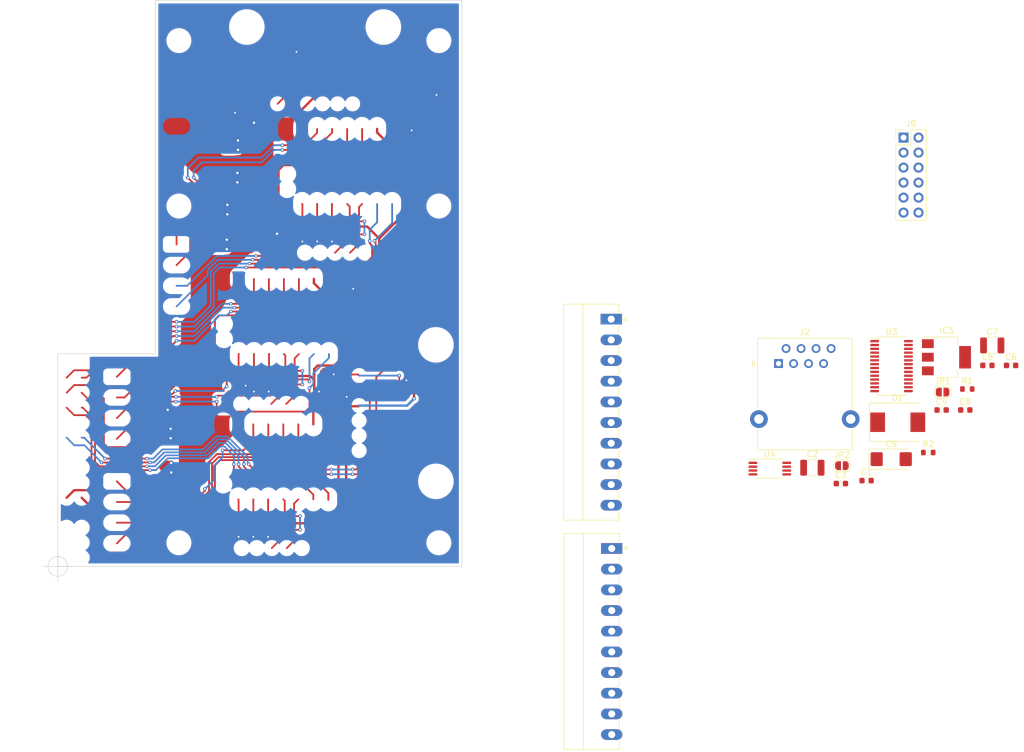
<source format=kicad_pcb>
(kicad_pcb (version 20211014) (generator pcbnew)
  (layers (0 "F.Cu" signal "Górna sygnałowa") (31 "B.Cu" signal "Dolna sygnałowa") (35 "F.Paste" user "Górna pasty") (36 "B.SilkS" user "B.Silkscreen") (37 "F.SilkS" user "F.Silkscreen") (38 "B.Mask" user "Dolna sodermaski") (39 "F.Mask" user "Górna soldermaski") (44 "Edge.Cuts" user "Krawędziowa"))
  (net 0 "")
  (net 1 "+3V3")
  (net 2 "GND")
  (net 3 "+5V")
  (net 4 "/SUPPLY_24V")
  (net 5 "Net-(C3-Pad1)")
  (net 6 "Net-(C3-Pad2)")
  (net 7 "Net-(J1-Pad3)")
  (net 8 "Net-(J1-Pad4)")
  (net 9 "Net-(C4-Pad2)")
  (net 10 "Net-(C6-Pad1)")
  (net 11 "Net-(J1-Pad5)")
  (net 12 "Net-(J1-Pad6)")
  (net 13 "/SDA_RX")
  (net 14 "/IN_A1")
  (net 15 "/IN_B1")
  (net 16 "/SCL_RX")
  (net 17 "/IN_B2")
  (net 18 "/IN_A2")
  (net 19 "/SCL_TX")
  (net 20 "/SDA_TX")
  (net 21 "unconnected-(J7-Pad1)")
  (net 22 "unconnected-(J7-Pad2)")
  (net 23 "unconnected-(J7-Pad3)")
  (net 24 "unconnected-(J7-Pad4)")
  (net 25 "unconnected-(J7-Pad5)")
  (net 31 "Net-(JP1-Pad2)")
  (net 32 "Net-(IC1-Pad9)")
  (net 36 "Net-(JP2-Pad1)")
  (net 50 "/I2C.SCL")
  (net 51 "/I2C.SDA")
  (net 52 "/STEP4")
  (net 53 "/DIR4")
  (net 54 "/STEP5")
  (net 55 "/DIR5")
  (net 56 "/STEP6")
  (net 57 "/DIR6")
  (net 58 "/STEP7")
  (net 59 "/DIR7")
  (net 60 "Net-(J1-Pad10)")
  (net 61 "Net-(J1-Pad9)")
  (net 62 "Net-(J1-Pad8)")
  (net 63 "Net-(J1-Pad7)")
  (footprint "MountingHole:MountingHole_3.2mm_M3" (layer "F.Cu") (at 98 42 -90)
    (fp_text reference "MK1" hide)
    (fp_text value "Mounting_Hole")
  )
  (footprint "MountingHole:MountingHole_3.2mm_M3" (layer "F.Cu") (at 142 42 90)
    (fp_text reference "MK4" hide)
    (fp_text value "Mounting_Hole")
  )
  (footprint "MountingHole:MountingHole_3.2mm_M3" (layer "F.Cu") (at 142 127)
    (fp_text reference "MK3" hide)
    (fp_text value "Mounting_Hole")
  )
  (footprint "MountingHole:MountingHole_3.2mm_M3" (layer "F.Cu") (at 98 127)
    (fp_text reference "MK2" hide)
    (fp_text value "Mounting_Hole")
  )
  (footprint "Diode_SMD:D_SMC" (layer "F.Cu") (at 219.67 106.595)
    (fp_text reference "D1")
    (fp_text value "SMCJ24CA")
  )
  (footprint "Capacitor_SMD:C_0603_1608Metric" (layer "F.Cu") (at 234.85 96.975)
    (fp_text reference "C5")
    (fp_text value "100n")
  )
  (footprint "Capacitor_SMD:C_0603_1608Metric" (layer "F.Cu") (at 210.05 116.975)
    (fp_text reference "C3")
    (fp_text value "100n")
  )
  (footprint "Connector_RJ:RJ45_Ninigi_GE" (layer "F.Cu") (at 199.5 96.665)
    (fp_text reference "J2")
    (fp_text value "RJ45_Shielded")
  )
  (footprint "MountingHole:MountingHole_3.2mm_M3" (layer "F.Cu") (at 98 70)
    (fp_text reference "MK5" hide)
    (fp_text value "Mounting_Hole")
  )
  (footprint "Capacitor_SMD:C_1210_3225Metric" (layer "F.Cu") (at 205.22 114.295)
    (fp_text reference "C2")
    (fp_text value "10uF 50V")
  )
  (footprint "Biblioteki:PhoenixContact_MC-G_10x3.50mm_Angled" (layer "F.Cu") (at 171.2575 127.965 -90)
    (fp_text reference "J7" hide)
    (fp_text value "Conn_01x10")
  )
  (footprint "Package_SO:TSSOP-28_4.4x9.7mm_P0.65mm" (layer "F.Cu") (at 218.62 97.095)
    (fp_text reference "U3")
    (fp_text value "PCA9685PW")
  )
  (footprint "Package_TO_SOT_SMD:SOT-223-3_TabPin2" (layer "F.Cu") (at 227.92 95.595)
    (fp_text reference "IC3")
    (fp_text value "TLV1117-33")
  )
  (footprint "Package_SO:TSSOP-8_4.4x3mm_P0.65mm" (layer "F.Cu") (at 198.02 114.445)
    (fp_text reference "U4")
    (fp_text value "P82B96")
  )
  (footprint "MountingHole:MountingHole_3.2mm_M3" (layer "F.Cu") (at 142 70)
    (fp_text reference "MK6" hide)
    (fp_text value "Mounting_Hole")
  )
  (footprint "Jumper:SolderJumper-2_P1.3mm_Open_RoundedPad1.0x1.5mm" (layer "F.Cu") (at 227.27 101.495)
    (fp_text reference "JP1")
    (fp_text value "IN2_P")
  )
  (footprint "Capacitor_SMD:C_0603_1608Metric" (layer "F.Cu") (at 238.86 96.975)
    (fp_text reference "C6")
    (fp_text value "2.2uF")
  )
  (footprint "Biblioteki:PhoenixContact_MC-G_10x3.50mm_Angled" (layer "F.Cu") (at 171.175 89.15 -90)
    (fp_text reference "J1" hide)
    (fp_text value "Conn_01x10")
  )
  (footprint "Capacitor_SMD:C_0603_1608Metric" (layer "F.Cu") (at 214.4 116.475)
    (fp_text reference "C1")
    (fp_text value "100n")
  )
  (footprint "Jumper:SolderJumper-2_P1.3mm_Open_RoundedPad1.0x1.5mm" (layer "F.Cu") (at 210.22 113.945)
    (fp_text reference "JP2")
    (fp_text value "IN2_P")
  )
  (footprint "Connector_PinHeader_2.54mm:PinHeader_2x06_P2.54mm_Vertical" (layer "F.Cu") (at 220.655 58.415)
    (fp_text reference "J9")
    (fp_text value "Conn_02x16_Odd_Even")
  )
  (footprint "Capacitor_Tantalum_SMD:CP_EIA-6032-28_Kemet-C" (layer "F.Cu") (at 218.565 112.845)
    (fp_text reference "C9")
    (fp_text value "100uF 6.3V Tantal")
  )
  (footprint "Resistor_SMD:R_0603_1608Metric" (layer "F.Cu") (at 224.84 111.725)
    (fp_text reference "R2")
    (fp_text value "39k")
  )
  (footprint "Capacitor_SMD:C_0603_1608Metric" (layer "F.Cu") (at 227.1 104.525)
    (fp_text reference "C4")
    (fp_text value "5.6nF")
  )
  (footprint "Capacitor_SMD:C_0603_1608Metric" (layer "F.Cu") (at 231.11 104.525)
    (fp_text reference "C8")
    (fp_text value "100n")
  )
  (footprint "Capacitor_SMD:C_1210_3225Metric" (layer "F.Cu") (at 235.67 93.595)
    (fp_text reference "C7")
    (fp_text value "22uF 25V")
  )
  (footprint "Resistor_SMD:R_0603_1608Metric" (layer "F.Cu") (at 231.45 100.975)
    (fp_text reference "R1")
    (fp_text value "178k")
  )
  (gr_line (start 145.9 131) (end 77.5 131) (layer "Edge.Cuts") (width 0.1))
  (gr_line (start 94 35.2) (end 145.9 35.2) (layer "Edge.Cuts") (width 0.1))
  (gr_line (start 77.5 95) (end 94 95) (layer "Edge.Cuts") (width 0.1))
  (gr_line (start 94 95) (end 94 35.2) (layer "Edge.Cuts") (width 0.1))
  (gr_line (start 77.5 131) (end 77.5 95) (layer "Edge.Cuts") (width 0.1))
  (gr_line (start 145.9 35.2) (end 145.9 131) (layer "Edge.Cuts") (width 0.1))
  (target plus (at 77.5 131) (size 5) (width 0.1) (layer "Edge.Cuts"))
  (segment (start 120.7 116) (end 110 116) (width 0.3) (layer "F.Cu") (net 0))
  (segment (start 128.4875 72.6) (end 129.4 72.6) (width 0.3) (layer "F.Cu") (net 0))
  (segment (start 107.6 102.1) (end 104.6 102.1) (width 0.3) (layer "F.Cu") (net 0))
  (segment (start 92.1 103.1) (end 97.5 103.1) (width 0.3) (layer "F.Cu") (net 0))
  (segment (start 121.4 72.4) (end 121.4 69.66) (width 0.3) (layer "F.Cu") (net 0))
  (segment (start 96.8 97.5) (end 96.35003 97.05003) (width 0.3) (layer "F.Cu") (net 0))
  (segment (start 118.9 69.7) (end 118.85 69.65) (width 0.3) (layer "F.Cu") (net 0))
  (segment (start 90.4 100.8) (end 96.2 100.8) (width 0.3) (layer "F.Cu") (net 0))
  (segment (start 114.9 78.5) (end 114.9 77.9) (width 0.3) (layer "F.Cu") (net 0))
  (segment (start 116.0125 101.1075) (end 113.62 103.5) (width 0.3) (layer "F.Cu") (net 0))
  (segment (start 110.7 95.06) (end 110.69 95.05) (width 0.3) (layer "F.Cu") (net 0))
  (segment (start 108.1 114.1) (end 108.1 113.7) (width 0.3) (layer "F.Cu") (net 0))
  (segment (start 95.35001 95.75711) (end 95.35001 91.35711) (width 0.3) (layer "F.Cu") (net 0))
  (segment (start 89.1 110.8) (end 85.9 110.8) (width 0.3) (layer "F.Cu") (net 0))
  (segment (start 114.4 76.2) (end 115.6 75) (width 0.3) (layer "F.Cu") (net 0))
  (segment (start 130.7 78.6) (end 130.7 76.7) (width 0.3) (layer "F.Cu") (net 0))
  (segment (start 115.35 72.15) (end 114.4 71.2) (width 0.3) (layer "F.Cu") (net 0))
  (segment (start 130.3 76.3) (end 130.3 75.9) (width 0.3) (layer "F.Cu") (net 0))
  (segment (start 128.4875 70.1725) (end 129.01 69.65) (width 0.3) (layer "F.Cu") (net 0))
  (segment (start 85.3 102.6) (end 83 100.3) (width 0.3) (layer "F.Cu") (net 0))
  (segment (start 109 116.6) (end 107.3 114.9) (width 0.3) (layer "F.Cu") (net 0))
  (segment (start 113.1 119.68) (end 113.13 119.65) (width 0.3) (layer "F.Cu") (net 0))
  (segment (start 94.91422 96.90002) (end 95.45712 96.35712) (width 0.3) (layer "F.Cu") (net 0))
  (segment (start 104.8 88.5) (end 116.2 88.5) (width 0.3) (layer "F.Cu") (net 0))
  (segment (start 107.6 102.1) (end 113.5 102.1) (width 0.3) (layer "F.Cu") (net 0))
  (segment (start 117.5875 102.0725) (end 116.16 103.5) (width 0.3) (layer "F.Cu") (net 0))
  (segment (start 97.30001 100.40711) (end 97.30001 97.29289) (width 0.3) (layer "F.Cu") (net 0))
  (segment (start 104.1 89.2) (end 104.8 88.5) (width 0.3) (layer "F.Cu") (net 0))
  (segment (start 88.8 102.4) (end 90.4 100.8) (width 0.3) (layer "F.Cu") (net 0))
  (segment (start 138.3 92.1) (end 131.4 99) (width 0.3) (layer "F.Cu") (net 0))
  (segment (start 115.34999 99.35001) (end 119.75001 99.35001) (width 0.3) (layer "F.Cu") (net 0))
  (segment (start 117.4875 124.8) (end 117.4875 126.6725) (width 0.3) (layer "F.Cu") (net 0))
  (segment (start 126.47 60.63) (end 126.47 56.95) (width 0.3) (layer "F.Cu") (net 0))
  (segment (start 81.73 104.13) (end 81.54 104.13) (width 0.3) (layer "F.Cu") (net 0))
  (segment (start 95.85002 95.96422) (end 95.85002 91.74998) (width 0.3) (layer "F.Cu") (net 0))
  (segment (start 115.9125 122.5) (end 115.9125 119.8925) (width 0.3) (layer "F.Cu") (net 0))
  (segment (start 114.4 77.76685) (end 114.4 77.4) (width 0.3) (layer "F.Cu") (net 0))
  (segment (start 90 102) (end 90.7 101.3) (width 0.3) (layer "F.Cu") (net 0))
  (segment (start 104.6 102.1) (end 104.4 102.3) (width 0.3) (layer "F.Cu") (net 0))
  (segment (start 114.5 101.1) (end 114.5 100.2) (width 0.3) (layer "F.Cu") (net 0))
  (segment (start 94.5 95.9) (end 94.85 95.55) (width 0.3) (layer "F.Cu") (net 0))
  (segment (start 96.89999 101.80001) (end 97.4 101.3) (width 0.3) (layer "F.Cu") (net 0))
  (segment (start 110.69 85.01) (end 110.69 82.35) (width 0.3) (layer "F.Cu") (net 0))
  (segment (start 124.6 62.5) (end 126.47 60.63) (width 0.3) (layer "F.Cu") (net 0))
  (segment (start 115.5 59.7) (end 119.3 59.7) (width 0.3) (layer "F.Cu") (net 0))
  (segment (start 128.4875 76.3725) (end 126.96 77.9) (width 0.3) (layer "F.Cu") (net 0))
  (segment (start 114.9 70.9) (end 114.9 63.939522) (width 0.3) (layer "F.Cu") (net 0))
  (segment (start 91.50002 103.69998) (end 92.1 103.1) (width 0.3) (layer "F.Cu") (net 0))
  (segment (start 82.9 97.8) (end 84.8 95.9) (width 0.3) (layer "F.Cu") (net 0))
  (segment (start 109.95 79.75) (end 129.55 79.75) (width 0.3) (layer "F.Cu") (net 0))
  (segment (start 129.55 79.75) (end 130.7 78.6) (width 0.3) (layer "F.Cu") (net 0))
  (segment (start 115.6 72.4) (end 115.35 72.15) (width 0.3) (layer "F.Cu") (net 0))
  (segment (start 116.0125 97.9) (end 116.0125 95.2925) (width 0.3) (layer "F.Cu") (net 0))
  (segment (start 83.2 112) (end 83.2 106.4) (width 0.3) (layer "F.Cu") (net 0))
  (segment (start 117.5875 97.9) (end 117.5875 95.7725) (width 0.3) (layer "F.Cu") (net 0))
  (segment (start 126.9125 70.0925) (end 126.47 69.65) (width 0.3) (layer "F.Cu") (net 0))
  (segment (start 116.0125 95.2925) (end 115.77 95.05) (width 0.3) (layer "F.Cu") (net 0))
  (segment (start 87.5 109.4) (end 90.5 106.4) (width 0.3) (layer "F.Cu") (net 0))
  (segment (start 101.15 65.85) (end 101.40001 66.10001) (width 0.3) (layer "F.Cu") (net 0))
  (segment (start 84.55 114.05) (end 92.587851 114.05) (width 0.3) (layer "F.Cu") (net 0))
  (segment (start 117.4875 126.6725) (end 116.26 127.9) (width 0.3) (layer "F.Cu") (net 0))
  (segment (start 97.200012 89.599988) (end 97.6 89.599988) (width 0.3) (layer "F.Cu") (net 0))
  (segment (start 96.2 100.8) (end 96.4 100.6) (width 0.3) (layer "F.Cu") (net 0))
  (segment (start 97.6 74.7) (end 97.6 76.5) (width 0.3) (layer "F.Cu") (net 0))
  (segment (start 89.49998 96.90002) (end 94.91422 96.90002) (width 0.3) (layer "F.Cu") (net 0))
  (segment (start 109.4 80.4) (end 129.7 80.4) (width 0.3) (layer "F.Cu") (net 0))
  (segment (start 117.5875 95.7725) (end 118.31 95.05) (width 0.3) (layer "F.Cu") (net 0))
  (segment (start 123.29 119.75) (end 123.29 118.59) (width 0.3) (layer "F.Cu") (net 0))
  (segment (start 89.4 111.3) (end 91.50002 109.19998) (width 0.3) (layer "F.Cu") (net 0))
  (segment (start 109 114.124264) (end 110.275736 115.4) (width 0.3) (layer "F.Cu") (net 0))
  (segment (start 127.4 115.4) (end 128.7 115.4) (width 0.3) (layer "F.Cu") (net 0))
  (segment (start 83.8 106.2) (end 81.73 104.13) (width 0.3) (layer "F.Cu") (net 0))
  (segment (start 117.4 46.4075) (end 117.4 50) (width 0.3) (layer "F.Cu") (net 0))
  (segment (start 84.8 110.40712) (end 85.69288 111.3) (width 0.3) (layer "F.Cu") (net 0))
  (segment (start 99.9 73.10712) (end 99.9 77.7) (width 0.3) (layer "F.Cu") (net 0))
  (segment (start 110.700003 114.6) (end 109.800003 113.7) (width 0.3) (layer "F.Cu") (net 0))
  (segment (start 128.4875 72.6) (end 128.4875 70.1725) (width 0.3) (layer "F.Cu") (net 0))
  (segment (start 95.35001 91.35711) (end 96.307129 90.399991) (width 0.3) (layer "F.Cu") (net 0))
  (segment (start 131.3 78.8) (end 131.3 76.1) (width 0.3) (layer "F.Cu") (net 0))
  (segment (start 117.4875 120.3725) (end 118.21 119.65) (width 0.3) (layer "F.Cu") (net 0))
  (segment (start 84.4 114.7) (end 83.2 113.5) (width 0.3) (layer "F.Cu") (net 0))
  (segment (start 131.4 112.7) (end 131.4 99) (width 0.3) (layer "F.Cu") (net 0))
  (segment (start 141.6 53.7875) (end 139 53.7875) (width 0.3) (layer "F.Cu") (net 0))
  (segment (start 125.4 98.5125) (end 128.3125 98.5125) (width 0.3) (layer "F.Cu") (net 0))
  (segment (start 126.9125 72.6) (end 126.9125 70.0925) (width 0.3) (layer "F.Cu") (net 0))
  (segment (start 114.4 77.76685) (end 114.4 77.9) (width 0.3) (layer "F.Cu") (net 0))
  (segment (start 95.45712 96.35712) (end 95.85002 95.96422) (width 0.3) (layer "F.Cu") (net 0))
  (segment (start 92.6 112.75) (end 85.5 112.75) (width 0.3) (layer "F.Cu") (net 0))
  (segment (start 93.1 113.4) (end 84.9 113.4) (width 0.3) (layer "F.Cu") (net 0))
  (segment (start 84.8 95.9) (end 94.5 95.9) (width 0.3) (layer "F.Cu") (net 0))
  (segment (start 118.5 116.6) (end 109 116.6) (width 0.3) (layer "F.Cu") (net 0))
  (segment (start 131.3 76.1) (end 131.1 75.9) (width 0.3) (layer "F.Cu") (net 0))
  (segment (start 114.4 77) (end 114.4 76.2) (width 0.3) (layer "F.Cu") (net 0))
  (segment (start 106.785421 86.55) (end 109.15 86.55) (width 0.3) (layer "F.Cu") (net 0))
  (segment (start 83.2 113.5) (end 83.2 112) (width 0.3) (layer "F.Cu") (net 0))
  (segment (start 96.85004 93.54996) (end 97.6 92.8) (width 0.3) (layer "F.Cu") (net 0))
  (segment (start 104.9 104.8) (end 107.6 104.8) (width 0.3) (layer "F.Cu") (net 0))
  (segment (start 114.4 71.2) (end 114.4 70.7) (width 0.3) (layer "F.Cu") (net 0))
  (segment (start 104.4 103.1) (end 104.4 104.3) (width 0.3) (layer "F.Cu") (net 0))
  (segment (start 90.5 106.4) (end 90.5 102.6) (width 0.3) (layer "F.Cu") (net 0))
  (segment (start 92.39998 102.30002) (end 91.89998 102.30002) (width 0.3) (layer "F.Cu") (net 0))
  (segment (start 107.4 87.2) (end 111.4 87.2) (width 0.3) (layer "F.Cu") (net 0))
  (segment (start 116.10001 72.10001) (end 115.55 71.55) (width 0.3) (layer "F.Cu") (net 0))
  (segment (start 96.400006 91.199994) (end 97.6 91.199994) (width 0.3) (layer "F.Cu") (net 0))
  (segment (start 113.5 102.1) (end 113.549999 102.050001) (width 0.3) (layer "F.Cu") (net 0))
  (segment (start 80.27 105.4) (end 79 104.13) (width 0.3) (layer "F.Cu") (net 0))
  (segment (start 107.5125 54.2125) (end 107.5 54.2) (width 0.4) (layer "F.Cu") (net 0))
  (segment (start 97.000003 91.999997) (end 97.6 91.999997) (width 0.3) (layer "F.Cu") (net 0))
  (segment (start 87.5 98.9) (end 89.49998 96.90002) (width 0.3) (layer "F.Cu") (net 0))
  (segment (start 119.75001 99.35001) (end 120.1 99.7) (width 0.3) (layer "F.Cu") (net 0))
  (segment (start 115.5 60.500003) (end 120.999997 60.500003) (width 0.3) (layer "F.Cu") (net 0))
  (segment (start 135.3 101.1925) (end 135.295 101.1975) (width 0.3) (layer "F.Cu") (net 0))
  (segment (start 129.01 61.79) (end 127.7 63.1) (width 0.3) (layer "F.Cu") (net 0))
  (segment (start 108.1 97.8) (end 108.1 95.1) (width 0.3) (layer "F.Cu") (net 0))
  (segment (start 123.8 114.6) (end 110.700003 114.6) (width 0.3) (layer "F.Cu") (net 0))
  (segment (start 96.90356 100.80356) (end 97.30001 100.40711) (width 0.3) (layer "F.Cu") (net 0))
  (segment (start 125.4 100.0875) (end 129.3875 100.0875) (width 0.3) (layer "F.Cu") (net 0))
  (segment (start 90.7 101.3) (end 92.1 101.3) (width 0.3) (layer "F.Cu") (net 0))
  (segment (start 101.40001 71.60711) (end 99.9 73.10712) (width 0.3) (layer "F.Cu") (net 0))
  (segment (start 114.4 63.7) (end 115.6 62.5) (width 0.3) (layer "F.Cu") (net 0))
  (segment (start 120.75 119.65) (end 120.75 118.85) (width 0.3) (layer "F.Cu") (net 0))
  (segment (start 117.4 50) (end 114.7 52.7) (width 0.3) (layer "F.Cu") (net 0))
  (segment (start 100.35 66.05) (end 99.5 65.2) (width 0.3) (layer "F.Cu") (net 0))
  (segment (start 95.85002 91.74998) (end 96.400006 91.199994) (width 0.3) (layer "F.Cu") (net 0))
  (segment (start 87.5 102.4) (end 88.8 102.4) (width 0.3) (layer "F.Cu") (net 0))
  (segment (start 116.10001 75.20711) (end 116.10001 72.10001) (width 0.3) (layer "F.Cu") (net 0))
  (segment (start 115.77 85.83) (end 115.77 82.35) (width 0.3) (layer "F.Cu") (net 0))
  (segment (start 97.6 80) (end 99.9 77.7) (width 0.3) (layer "F.Cu") (net 0))
  (segment (start 113.1 122.4) (end 113.1 119.68) (width 0.3) (layer "F.Cu") (net 0))
  (segment (start 96.8 100.2) (end 96.8 97.5) (width 0.3) (layer "F.Cu") (net 0))
  (segment (start 130.7 76.7) (end 130.3 76.3) (width 0.3) (layer "F.Cu") (net 0))
  (segment (start 83.8 113.3) (end 84.55 114.05) (width 0.3) (layer "F.Cu") (net 0))
  (segment (start 91.00001 108.89999) (end 89.1 110.8) (width 0.3) (layer "F.Cu") (net 0))
  (segment (start 115.6 62.5) (end 124.6 62.5) (width 0.3) (layer "F.Cu") (net 0))
  (segment (start 82.2 105.4) (end 80.27 105.4) (width 0.3) (layer "F.Cu") (net 0))
  (segment (start 96.85004 96.84292) (end 96.85004 93.54996) (width 0.3) (layer "F.Cu") (net 0))
  (segment (start 123.29 118.59) (end 120.7 116) (width 0.3) (layer "F.Cu") (net 0))
  (segment (start 96.35003 97.05003) (end 96.35003 92.64997) (width 0.3) (layer "F.Cu") (net 0))
  (segment (start 93.1 114.7) (end 91.5 114.7) (width 0.3) (layer "F.Cu") (net 0))
  (segment (start 120.999997 60.500003) (end 123.93 57.57) (width 0.3) (layer "F.Cu") (net 0))
  (segment (start 109.15 86.55) (end 110.69 85.01) (width 0.3) (layer "F.Cu") (net 0))
  (segment (start 117.5875 97.9) (end 118.9 97.9) (width 0.3) (layer "F.Cu") (net 0))
  (segment (start 126.9125 75.4075) (end 124.42 77.9) (width 0.3) (layer "F.Cu") (net 0))
  (segment (start 96.40712 101.3) (end 96.90356 100.80356) (width 0.3) (layer "F.Cu") (net 0))
  (segment (start 141.05 61.05) (end 141.6 60.5) (width 0.3) (layer "F.Cu") (net 0))
  (segment (start 90.5 102.6) (end 91.29999 101.80001) (width 0.3) (layer "F.Cu") (net 0))
  (segment (start 117.4875 122.5) (end 117.4875 120.3725) (width 0.3) (layer "F.Cu") (net 0))
  (segment (start 119.4 104.8) (end 119.6 104.6) (width 0.3) (layer "F.Cu") (net 0))
  (segment (start 117.5875 100.2) (end 118.9 100.2) (width 0.3) (layer "F.Cu") (net 0))
  (segment (start 128.4875 74.8) (end 128.4875 76.3725) (width 0.3) (layer "F.Cu") (net 0))
  (segment (start 114.4 70.7) (end 114.4 63.7) (width 0.3) (layer "F.Cu") (net 0))
  (segment (start 111.05 78.45) (end 112.75 78.45) (width 0.3) (layer "F.Cu") (net 0))
  (segment (start 127.4 114.6) (end 128 114.6) (width 0.3) (layer "F.Cu") (net 0))
  (segment (start 114.4 77.9) (end 113.85 78.45) (width 0.3) (layer "F.Cu") (net 0))
  (segment (start 123.9 75) (end 123.9 76) (width 0.3) (layer "F.Cu") (net 0))
  (segment (start 126.9125 74.8) (end 126.9125 75.4075) (width 0.3) (layer "F.Cu") (net 0))
  (segment (start 112.75 78.45) (end 113.85 78.45) (width 0.3) (layer "F.Cu") (net 0))
  (segment (start 100.35 66.05) (end 100.9 66.6) (width 0.3) (layer "F.Cu") (net 0))
  (segment (start 96.35003 92.64997) (end 97.000003 91.999997) (width 0.3) (layer "F.Cu") (net 0))
  (segment (start 130.3 112.3) (end 130.3 101) (width 0.3) (layer "F.Cu") (net 0))
  (segment (start 119.3 59.7) (end 121.39 57.61) (width 0.3) (layer "F.Cu") (net 0))
  (segment (start 104.1 95.8) (end 104.1 89.2) (width 0.3) (layer "F.Cu") (net 0))
  (segment (start 129.01 56.95) (end 129.01 61.79) (width 0.3) (layer "F.Cu") (net 0))
  (segment (start 115.6 75) (end 115.6 72.4) (width 0.3) (layer "F.Cu") (net 0))
  (segment (start 129.7 80.4) (end 131.3 78.8) (width 0.3) (layer "F.Cu") (net 0))
  (segment (start 96.400012 89.599988) (end 97.200012 89.599988) (width 0.3) (layer "F.Cu") (net 0))
  (segment (start 128 114.6) (end 130.3 112.3) (width 0.3) (layer "F.Cu") (net 0))
  (segment (start 129.3875 100.0875) (end 130.3 101) (width 0.3) (layer "F.Cu") (net 0))
  (segment (start 79 99.05) (end 80.25 97.8) (width 0.3) (layer "F.Cu") (net 0))
  (segment (start 118.5 122.5) (end 117.4875 122.5) (width 0.3) (layer "F.Cu") (net 0))
  (segment (start 123.93 57.57) (end 123.93 56.95) (width 0.3) (layer "F.Cu") (net 0))
  (segment (start 121.4 69.66) (end 121.39 69.65) (width 0.3) (layer "F.Cu") (net 0))
  (segment (start 113.23 85.37) (end 113.23 82.35) (width 0.3) (layer "F.Cu") (net 0))
  (segment (start 85.3 110.2) (end 85.3 102.6) (width 0.3) (layer "F.Cu") (net 0))
  (segment (start 115.55 71.55) (end 114.9 70.9) (width 0.3) (layer "F.Cu") (net 0))
  (segment (start 97.30001 97.29289) (end 96.85004 96.84292) (width 0.3) (layer "F.Cu") (net 0))
  (segment (start 81.54 99.05) (end 82.35712 99.05) (width 0.3) (layer "F.Cu") (net 0))
  (segment (start 83.2 106.4) (end 82.2 105.4) (width 0.3) (layer "F.Cu") (net 0))
  (segment (start 96.4 100.6) (end 96.8 100.2) (width 0.3) (layer "F.Cu") (net 0))
  (segment (start 117.5875 100.2) (end 117.5875 102.0725) (width 0.3) (layer "F.Cu") (net 0))
  (segment (start 104.4 104.3) (end 104.9 104.8) (width 0.3) (layer "F.Cu") (net 0))
  (segment (start 116.2 88.5) (end 118.31 86.39) (width 0.3) (layer "F.Cu") (net 0))
  (segment (start 110 116) (end 108.1 114.1) (width 0.3) (layer "F.Cu") (net 0))
  (segment (start 83 100.3) (end 80.29 100.3) (width 0.3) (layer "F.Cu") (net 0))
  (segment (start 97.49998 102.30002) (end 97.5 102.3) (width 0.3) (layer "F.Cu") (net 0))
  (segment (start 115.9125 125.7075) (end 113.72 127.9) (width 0.3) (layer "F.Cu") (net 0))
  (segment (start 96.307129 90.399991) (end 97.6 90.399991) (width 0.3) (layer "F.Cu") (net 0))
  (segment (start 92.1 101.3) (end 96.40712 101.3) (width 0.3) (layer "F.Cu") (net 0))
  (segment (start 116.1975 45.205) (end 117.4 46.4075) (width 0.3) (layer "F.Cu") (net 0))
  (segment (start 110.6 119.66) (end 110.59 119.65) (width 0.3) (layer "F.Cu") (net 0))
  (segment (start 120.75 118.85) (end 118.5 116.6) (width 0.3) (layer "F.Cu") (net 0))
  (segment (start 128.3125 98.5125) (end 128.5 98.7) (width 0.3) (layer "F.Cu") (net 0))
  (segment (start 113 79.1) (end 114.3 79.1) (width 0.3) (layer "F.Cu") (net 0))
  (segment (start 110.6 122.4) (end 110.6 119.66) (width 0.3) (layer "F.Cu") (net 0))
  (segment (start 91.29999 101.80001) (end 96.89999 101.80001) (width 0.3) (layer "F.Cu") (net 0))
  (segment (start 115.9125 119.8925) (end 115.67 119.65) (width 0.3) (layer "F.Cu") (net 0))
  (segment (start 85.9 110.8) (end 85.3 110.2) (width 0.3) (layer "F.Cu") (net 0))
  (segment (start 101.40001 66.10001) (end 101.40001 71.60711) (width 0.3) (layer "F.Cu") (net 0))
  (segment (start 91.89998 102.30002) (end 91.00001 103.19999) (width 0.3) (layer "F.Cu") (net 0))
  (segment (start 94.85 95.55) (end 94.85 91.15) (width 0.3) (layer "F.Cu") (net 0))
  (segment (start 91 114.7) (end 91.5 114.7) (width 0.3) (layer "F.Cu") (net 0))
  (segment (start 114.9 63.939522) (end 115.739522 63.1) (width 0.3) (layer "F.Cu") (net 0))
  (segment (start 85.69288 111.3) (end 89.4 111.3) (width 0.3) (layer "F.Cu") (net 0))
  (segment (start 114.9 77.9) (end 114.9 77.4) (width 0.3) (layer "F.Cu") (net 0))
  (segment (start 121.39 57.61) (end 121.39 56.95) (width 0.3) (layer "F.Cu") (net 0))
  (segment (start 111.4 87.2) (end 113.23 85.37) (width 0.3) (layer "F.Cu") (net 0))
  (segment (start 81.54 101.59) (end 84.8 104.85) (width 0.3) (layer "F.Cu") (net 0))
  (segment (start 92.39998 102.30002) (end 97.49998 102.30002) (width 0.3) (layer "F.Cu") (net 0))
  (segment (start 116.0125 100.2) (end 116.0125 101.1075) (width 0.3) (layer "F.Cu") (net 0))
  (segment (start 109 113.7) (end 109 114.124264) (width 0.3) (layer "F.Cu") (net 0))
  (segment (start 106.1 100.5) (end 106.1 97.8) (width 0.3) (layer "F.Cu") (net 0))
  (segment (start 138.3 63.8) (end 138.3 92.1) (width 0.3) (layer "F.Cu") (net 0))
  (segment (start 107.6 104.8) (end 119.4 104.8) (width 0.3) (layer "F.Cu") (net 0))
  (segment (start 83.8 113.3) (end 83.8 111.8) (width 0.3) (layer "F.Cu") (net 0))
  (segment (start 114.9 76.40712) (end 116.10001 75.20711) (width 0.3) (layer "F.Cu") (net 0))
  (segment (start 108.1 122.4) (end 108.1 119.7) (width 0.3) (layer "F.Cu") (net 0))
  (segment (start 141.6 60.5) (end 141.6 53.7875) (width 0.3) (layer "F.Cu") (net 0))
  (segment (start 90 103.4) (end 90 102) (width 0.3) (layer "F.Cu") (net 0))
  (segment (start 94.70711 96.40001) (end 94.95356 96.15356) (width 0.3) (layer "F.Cu") (net 0))
  (segment (start 91 114.7) (end 84.4 114.7) (width 0.3) (layer "F.Cu") (net 0))
  (segment (start 94.85 91.15) (end 96.400012 89.599988) (width 0.3) (layer "F.Cu") (net 0))
  (segment (start 110.275736 115.4) (end 123.8 115.4) (width 0.3) (layer "F.Cu") (net 0))
  (segment (start 114.4 77.4) (end 114.4 77) (width 0.3) (layer "F.Cu") (net 0))
  (segment (start 123.29 119.65) (end 123.29 118.59) (width 0.3) (layer "F.Cu") (net 0))
  (segment (start 106.1 97.8) (end 104.1 95.8) (width 0.3) (layer "F.Cu") (net 0))
  (segment (start 85.00711 96.40001) (end 94.70711 96.40001) (width 0.3) (layer "F.Cu") (net 0))
  (segment (start 123.2 100.0875) (end 125.4 100.0875) (width 0.3) (layer "F.Cu") (net 0))
  (segment (start 80.29 100.3) (end 79 101.59) (width 0.3) (layer "F.Cu") (net 0))
  (segment (start 108.1 95.1) (end 108.15 95.05) (width 0.3) (layer "F.Cu") (net 0))
  (segment (start 117.4875 124.8) (end 118.5 124.8) (width 0.3) (layer "F.Cu") (net 0))
  (segment (start 106.8 87.85) (end 113.75 87.85) (width 0.3) (layer "F.Cu") (net 0))
  (segment (start 82.35712 99.05) (end 85.00711 96.40001) (width 0.3) (layer "F.Cu") (net 0))
  (segment (start 113.250001 97.8) (end 113.250001 95.070001) (width 0.3) (layer "F.Cu") (net 0))
  (segment (start 110.5 79.1) (end 113 79.1) (width 0.3) (layer "F.Cu") (net 0))
  (segment (start 83.8 111.8) (end 83.8 106.2) (width 0.3) (layer "F.Cu") (net 0))
  (segment (start 118.9 72.4) (end 118.9 69.7) (width 0.3) (layer "F.Cu") (net 0))
  (segment (start 132.9125 52.2125) (end 130.7 50) (width 0.3) (layer "F.Cu") (net 0))
  (segment (start 114.9 77.4) (end 114.9 76.40712) (width 0.3) (layer "F.Cu") (net 0))
  (segment (start 100.9 66.6) (end 100.9 71.4) (width 0.3) (layer "F.Cu") (net 0))
  (segment (start 114.5 100.2) (end 115.34999 99.35001) (width 0.3) (layer "F.Cu") (net 0))
  (segment (start 101.15 65.85) (end 100.5 65.2) (width 0.3) (layer "F.Cu") (net 0))
  (segment (start 110.7 97.8) (end 110.7 95.06) (width 0.3) (layer "F.Cu") (net 0))
  (segment (start 120.1 104.1) (end 120.1 100.8) (width 0.3) (layer "F.Cu") (net 0))
  (segment (start 91.50002 109.19998) (end 91.50002 103.69998) (width 0.3) (layer "F.Cu") (net 0))
  (segment (start 80.25 97.8) (end 82.9 97.8) (width 0.3) (layer "F.Cu") (net 0))
  (segment (start 107.3 114.9) (end 107.3 113.7) (width 0.3) (layer "F.Cu") (net 0))
  (segment (start 87.5 105.9) (end 90 103.4) (width 0.3) (layer "F.Cu") (net 0))
  (segment (start 119.6 104.6) (end 120.1 104.1) (width 0.3) (layer "F.Cu") (net 0))
  (segment (start 128.7 115.4) (end 131.4 112.7) (width 0.3) (layer "F.Cu") (net 0))
  (segment (start 91.00001 103.19999) (end 91.00001 108.89999) (width 0.3) (layer "F.Cu") (net 0))
  (segment (start 139 52.2125) (end 132.9125 52.2125) (width 0.3) (layer "F.Cu") (net 0))
  (segment (start 135.3 98.7) (end 135.3 101.1925) (width 0.3) (layer "F.Cu") (net 0))
  (segment (start 113.549999 102.050001) (end 114.5 101.1) (width 0.3) (layer "F.Cu") (net 0))
  (segment (start 100.9 71.4) (end 97.6 74.7) (width 0.3) (layer "F.Cu") (net 0))
  (segment (start 130.7 50) (end 117.4 50) (width 0.3) (layer "F.Cu") (net 0))
  (segment (start 113.75 87.85) (end 115.77 85.83) (width 0.3) (layer "F.Cu") (net 0))
  (segment (start 84.8 104.85) (end 84.8 110.40712) (width 0.3) (layer "F.Cu") (net 0))
  (segment (start 127.7 63.1) (end 115.739522 63.1) (width 0.3) (layer "F.Cu") (net 0))
  (segment (start 108.1 119.7) (end 108.05 119.65) (width 0.3) (layer "F.Cu") (net 0))
  (segment (start 128.4875 74.8) (end 129.4 74.8) (width 0.3) (layer "F.Cu") (net 0))
  (segment (start 141.05 61.05) (end 138.3 63.8) (width 0.3) (layer "F.Cu") (net 0))
  (segment (start 118.31 86.39) (end 118.31 82.35) (width 0.3) (layer "F.Cu") (net 0))
  (segment (start 107.5125 55.9) (end 107.5125 54.2125) (width 0.4) (layer "F.Cu") (net 0))
  (segment (start 115.9125 124.8) (end 115.9125 125.7075) (width 0.3) (layer "F.Cu") (net 0))
  (segment (start 113.250001 95.070001) (end 113.23 95.05) (width 0.3) (layer "F.Cu") (net 0))
  (segment (start 114.3 79.1) (end 114.9 78.5) (width 0.3) (layer "F.Cu") (net 0))
  (segment (start 94.95356 96.15356) (end 95.35001 95.75711) (width 0.3) (layer "F.Cu") (net 0))
  (via (at 92.587851 114.05) (size 0.6) (drill 0.3) (layers "F.Cu" "B.Cu") (net 0))
  (via (at 109 113.7) (size 0.6) (drill 0.3) (layers "F.Cu" "B.Cu") (net 0))
  (via (at 84.9 113.4) (size 0.6) (drill 0.3) (layers "F.Cu" "B.Cu") (net 0))
  (via (at 123.8 114.6) (size 0.6) (drill 0.3) (layers "F.Cu" "B.Cu") (net 0))
  (via (at 99.5 65.2) (size 0.6) (drill 0.3) (layers "F.Cu" "B.Cu") (net 0))
  (via (at 123.9 76) (size 0.6) (drill 0.3) (layers "F.Cu" "B.Cu") (net 0))
  (via (at 107.3 113.7) (size 0.6) (drill 0.3) (layers "F.Cu" "B.Cu") (net 0))
  (via (at 93.1 114.7) (size 0.6) (drill 0.3) (layers "F.Cu" "B.Cu") (net 0))
  (via (at 129.4 74.8) (size 0.6) (drill 0.3) (layers "F.Cu" "B.Cu") (net 0))
  (via (at 110.5 79.1) (size 0.6) (drill 0.3) (layers "F.Cu" "B.Cu") (net 0))
  (via (at 130.3 75.9) (size 0.6) (drill 0.3) (layers "F.Cu" "B.Cu") (net 0))
  (via (at 97.6 91.999997) (size 0.6) (drill 0.3) (layers "F.Cu" "B.Cu") (net 0))
  (via (at 109.95 79.75) (size 0.6) (drill 0.3) (layers "F.Cu" "B.Cu") (net 0))
  (via (at 123.8 115.4) (size 0.6) (drill 0.3) (layers "F.Cu" "B.Cu") (net 0))
  (via (at 127.4 114.6) (size 0.6) (drill 0.3) (layers "F.Cu" "B.Cu") (net 0))
  (via (at 104.4 103.1) (size 0.6) (drill 0.3) (layers "F.Cu" "B.Cu") (net 0))
  (via (at 115.5 59.7) (size 0.6) (drill 0.3) (layers "F.Cu" "B.Cu") (net 0))
  (via (at 104.4 102.3) (size 0.6) (drill 0.3) (layers "F.Cu" "B.Cu") (net 0))
  (via (at 127.4 115.4) (size 0.6) (drill 0.3) (layers "F.Cu" "B.Cu") (net 0))
  (via (at 118.5 122.5) (size 0.6) (drill 0.3) (layers "F.Cu" "B.Cu") (net 0))
  (via (at 108.1 113.7) (size 0.6) (drill 0.3) (layers "F.Cu" "B.Cu") (net 0))
  (via (at 97.5 102.3) (size 0.6) (drill 0.3) (layers "F.Cu" "B.Cu") (net 0))
  (via (at 118.5 124.8) (size 0.6) (drill 0.3) (layers "F.Cu" "B.Cu") (net 0))
  (via (at 129.4 72.6) (size 0.6) (drill 0.3) (layers "F.Cu" "B.Cu") (net 0))
  (via (at 97.6 89.599988) (size 0.6) (drill 0.3) (layers "F.Cu" "B.Cu") (net 0))
  (via (at 100.5 65.2) (size 0.6) (drill 0.3) (layers "F.Cu" "B.Cu") (net 0))
  (via (at 135.3 98.7) (size 0.6) (drill 0.3) (layers "F.Cu" "B.Cu") (net 0))
  (via (at 97.6 90.399991) (size 0.6) (drill 0.3) (layers "F.Cu" "B.Cu") (net 0))
  (via (at 118.9 100.2) (size 0.6) (drill 0.3) (layers "F.Cu" "B.Cu") (net 0))
  (via (at 120.1 100.8) (size 0.6) (drill 0.3) (layers "F.Cu" "B.Cu") (net 0))
  (via (at 106.785421 86.55) (size 0.6) (drill 0.3) (layers "F.Cu" "B.Cu") (net 0))
  (via (at 97.6 92.8) (size 0.6) (drill 0.3) (layers "F.Cu" "B.Cu") (net 0))
  (via (at 109.4 80.4) (size 0.6) (drill 0.3) (layers "F.Cu" "B.Cu") (net 0))
  (via (at 92.6 112.75) (size 0.6) (drill 0.3) (layers "F.Cu" "B.Cu") (net 0))
  (via (at 115.5 60.500003) (size 0.6) (drill 0.3) (layers "F.Cu" "B.Cu") (net 0))
  (via (at 106.1 100.5) (size 0.6) (drill 0.3) (layers "F.Cu" "B.Cu") (net 0))
  (via (at 107.5 54.2) (size 0.6) (drill 0.3) (layers "F.Cu" "B.Cu") (net 0))
  (via (at 120.1 99.7) (size 0.6) (drill 0.3) (layers "F.Cu" "B.Cu") (net 0))
  (via (at 93.1 113.4) (size 0.6) (drill 0.3) (layers "F.Cu" "B.Cu") (net 0))
  (via (at 107.4 87.2) (size 0.6) (drill 0.3) (layers "F.Cu" "B.Cu") (net 0))
  (via (at 97.4 101.3) (size 0.6) (drill 0.3) (layers "F.Cu" "B.Cu") (net 0))
  (via (at 118.9 97.9) (size 0.6) (drill 0.3) (layers "F.Cu" "B.Cu") (net 0))
  (via (at 97.6 91.199994) (size 0.6) (drill 0.3) (layers "F.Cu" "B.Cu") (net 0))
  (via (at 131.1 75.9) (size 0.6) (drill 0.3) (layers "F.Cu" "B.Cu") (net 0))
  (via (at 85.5 112.75) (size 0.6) (drill 0.3) (layers "F.Cu" "B.Cu") (net 0))
  (via (at 97.5 103.1) (size 0.6) (drill 0.3) (layers "F.Cu" "B.Cu") (net 0))
  (via (at 109.800003 113.7) (size 0.6) (drill 0.3) (layers "F.Cu" "B.Cu") (net 0))
  (via (at 111.05 78.45) (size 0.6) (drill 0.3) (layers "F.Cu" "B.Cu") (net 0))
  (via (at 106.8 87.85) (size 0.6) (drill 0.3) (layers "F.Cu" "B.Cu") (net 0))
  (segment (start 97.6 83.5) (end 99.4 83.5) (width 0.3) (layer "B.Cu") (net 0))
  (segment (start 123.8 115.4) (end 127.4 115.4) (width 0.3) (layer "B.Cu") (net 0))
  (segment (start 103.39999 86.79999) (end 100.599992 89.599988) (width 0.3) (layer "B.Cu") (net 0))
  (segment (start 120.1 100.8) (end 120.750001 100.149999) (width 0.3) (layer "B.Cu") (net 0))
  (segment (start 105.000001 110.699999) (end 103 112.7) (width 0.3) (layer "B.Cu") (net 0))
  (segment (start 100.600006 91.199994) (end 105.25 86.55) (width 0.3) (layer "B.Cu") (net 0))
  (segment (start 114.1 59.7) (end 112.000003 61.799997) (width 0.3) (layer "B.Cu") (net 0))
  (segment (start 120.750001 98.349999) (end 123.39 95.71) (width 0.3) (layer "B.Cu") (net 0))
  (segment (start 79 109.21) (end 80.29 110.5) (width 0.3) (layer "B.Cu") (net 0))
  (segment (start 100.600003 91.999997) (end 105.4 87.2) (width 0.3) (layer "B.Cu") (net 0))
  (segment (start 102.89998 81.19998) (end 102.89998 80.80002) (width 0.3) (layer "B.Cu") (net 0))
  (segment (start 81.96 109.21) (end 81.54 109.21) (width 0.3) (layer "B.Cu") (net 0))
  (segment (start 104.6 109.5) (end 102.4 111.7) (width 0.3) (layer "B.Cu") (net 0))
  (segment (start 100.6 90.4) (end 97.600009 90.4) (width 0.3) (layer "B.Cu") (net 0))
  (segment (start 103.9 84.499524) (end 103.9 81.4) (width 0.3) (layer "B.Cu") (net 0))
  (segment (start 105.4 87.2) (end 107.4 87.2) (width 0.3) (layer "B.Cu") (net 0))
  (segment (start 101.300003 61.799997) (end 103.2 61.799997) (width 0.3) (layer "B.Cu") (net 0))
  (segment (start 103.8 102.3) (end 104.4 102.3) (width 0.3) (layer "B.Cu") (net 0))
  (segment (start 94.1 114.7) (end 93.1 114.7) (width 0.3) (layer "B.Cu") (net 0))
  (segment (start 112 62.6) (end 103.2 62.6) (width 0.3) (layer "B.Cu") (net 0))
  (segment (start 80.29 110.5) (end 81 110.5) (width 0.3) (layer "B.Cu") (net 0))
  (segment (start 104.750001 79.749999) (end 106.950001 79.749999) (width 0.3) (layer "B.Cu") (net 0))
  (segment (start 107.3 113.7) (end 107.3 112.287998) (width 0.3) (layer "B.Cu") (net 0))
  (segment (start 108.787998 79.1) (end 110.5 79.1) (width 0.3) (layer "B.Cu") (net 0))
  (segment (start 134.09 72.91) (end 134.09 69.65) (width 0.3) (layer "B.Cu") (net 0))
  (segment (start 100.6 92.8) (end 104.9 88.5) (width 0.3) (layer "B.Cu") (net 0))
  (segment (start 123.8 114.6) (end 127.4 114.6) (width 0.3) (layer "B.Cu") (net 0))
  (segment (start 101.9 62.6) (end 103.2 62.6) (width 0.3) (layer "B.Cu") (net 0))
  (segment (start 103.39999 81.99999) (end 103.39999 81.10001) (width 0.3) (layer "B.Cu") (net 0))
  (segment (start 128.5 98.7) (end 135.3 98.7) (width 0.3) (layer "B.Cu") (net 0))
  (segment (start 105.3 101.3) (end 106.1 100.5) (width 0.3) (layer "B.Cu") (net 0))
  (segment (start 96.1 112.7) (end 94.1 114.7) (width 0.3) (layer "B.Cu") (net 0))
  (segment (start 109.650001 112.435761) (end 106.21424 109) (width 0.3) (layer "B.Cu") (net 0))
  (segment (start 115.5 60.500003) (end 114.099997 60.500003) (width 0.3) (layer "B.Cu") (net 0))
  (segment (start 99.4 83.5) (end 104.450001 78.449999) (width 0.3) (layer "B.Cu") (net 0))
  (segment (start 104.8 110.1) (end 105.9 110.1) (width 0.3) (layer "B.Cu") (net 0))
  (segment (start 102.89998 80.80002) (end 104.600001 79.099999) (width 0.3) (layer "B.Cu") (net 0))
  (segment (start 102.4 111.7) (end 95.5 111.7) (width 0.3) (layer "B.Cu") (net 0))
  (segment (start 99.5 63.6) (end 101.300003 61.799997) (width 0.3) (layer "B.Cu") (net 0))
  (segment (start 109 113.7) (end 109 112.49288) (width 0.3) (layer "B.Cu") (net 0))
  (segment (start 97.6 87) (end 102.89998 81.70002) (width 0.3) (layer "B.Cu") (net 0))
  (segment (start 93.8 113.4) (end 93.1 113.4) (width 0.3) (layer "B.Cu") (net 0))
  (segment (start 103 112.7) (end 96.1 112.7) (width 0.3) (layer "B.Cu") (net 0))
  (segment (start 95.2 111.2) (end 93.65 112.75) (width 0.3) (layer "B.Cu") (net 0))
  (segment (start 108.750001 78.449999) (end 111.049999 78.449999) (width 0.3) (layer "B.Cu") (net 0))
  (segment (start 130.3 74) (end 131.55 72.75) (width 0.3) (layer "B.Cu") (net 0))
  (segment (start 105.9 110.1) (end 108.1 112.3) (width 0.3) (layer "B.Cu") (net 0))
  (segment (start 106.21424 109) (end 104.3 109) (width 0.3) (layer "B.Cu") (net 0))
  (segment (start 84.9 113.4) (end 82 110.5) (width 0.3) (layer "B.Cu") (net 0))
  (segment (start 105.712001 110.699999) (end 105.000001 110.699999) (width 0.3) (layer "B.Cu") (net 0))
  (segment (start 100.5 65.2) (end 100.5 64) (width 0.3) (layer "B.Cu") (net 0))
  (segment (start 100.5 64) (end 101.9 62.6) (width 0.3) (layer "B.Cu") (net 0))
  (segment (start 97.6 92.8) (end 100.6 92.8) (width 0.3) (layer "B.Cu") (net 0))
  (segment (start 102.7 112.2) (end 104.8 110.1) (width 0.3) (layer "B.Cu") (net 0))
  (segment (start 103.4 86.8) (end 103.39999 86.79999) (width 0.3) (layer "B.Cu") (net 0))
  (segment (start 108.065686 79.749999) (end 108.065687 79.75) (width 0.3) (layer "B.Cu") (net 0))
  (segment (start 104.3 109) (end 102.1 111.2) (width 0.3) (layer "B.Cu") (net 0))
  (segment (start 120.1 99.7) (end 120.1 95.8) (width 0.3) (layer "B.Cu") (net 0))
  (segment (start 102.89998 81.70002) (end 102.89998 81.19998) (width 0.3) (layer "B.Cu") (net 0))
  (segment (start 104.450001 78.449999) (end 108.750001 78.449999) (width 0.3) (layer "B.Cu") (net 0))
  (segment (start 131.55 72.75) (end 131.55 69.65) (width 0.3) (layer "B.Cu") (net 0))
  (segment (start 109.8 113.7) (end 109.650001 113.550001) (width 0.3) (layer "B.Cu") (net 0))
  (segment (start 81 110.5) (end 82 110.5) (width 0.3) (layer "B.Cu") (net 0))
  (segment (start 123.39 95.71) (end 123.39 95.05) (width 0.3) (layer "B.Cu") (net 0))
  (segment (start 105.25 86.55) (end 106.785421 86.55) (width 0.3) (layer "B.Cu") (net 0))
  (segment (start 112.000003 61.799997) (end 103.2 61.799997) (width 0.3) (layer "B.Cu") (net 0))
  (segment (start 97.600009 90.4) (end 97.6 90.399991) (width 0.3) (layer "B.Cu") (net 0))
  (segment (start 129.4 72.6) (end 129.4 74.8) (width 0.3) (layer "B.Cu") (net 0))
  (segment (start 93.95 114.05) (end 95.8 112.2) (width 0.3) (layer "B.Cu") (net 0))
  (segment (start 106.00712 109.5) (end 104.6 109.5) (width 0.3) (layer "B.Cu") (net 0))
  (segment (start 93.65 112.75) (end 92.6 112.75) (width 0.3) (layer "B.Cu") (net 0))
  (segment (start 97.6 91.199994) (end 100.600006 91.199994) (width 0.3) (layer "B.Cu") (net 0))
  (segment (start 108.1 112.3) (end 108.1 113.7) (width 0.3) (layer "B.Cu") (net 0))
  (segment (start 130.3 75.9) (end 130.3 74) (width 0.3) (layer "B.Cu") (net 0))
  (segment (start 97.5 103.1) (end 102.6 103.1) (width 0.3) (layer "B.Cu") (net 0))
  (segment (start 97.6 91.999997) (end 100.600003 91.999997) (width 0.3) (layer "B.Cu") (net 0))
  (segment (start 106.6 80.4) (end 109.4 80.4) (width 0.3) (layer "B.Cu") (net 0))
  (segment (start 131.1 75.9) (end 134.09 72.91) (width 0.3) (layer "B.Cu") (net 0))
  (segment (start 109.800003 113.7) (end 109.8 113.7) (width 0.3) (layer "B.Cu") (net 0))
  (segment (start 120.750001 100.149999) (end 120.750001 98.349999) (width 0.3) (layer "B.Cu") (net 0))
  (segment (start 106.950001 79.749999) (end 108.065686 79.749999) (width 0.3) (layer "B.Cu") (net 0))
  (segment (start 100.6 90.4) (end 103.9 87.1) (width 0.3) (layer "B.Cu") (net 0))
  (segment (start 115.5 59.7) (end 114.1 59.7) (width 0.3) (layer "B.Cu") (net 0))
  (segment (start 104.9 80.4) (end 106.6 80.4) (width 0.3) (layer "B.Cu") (net 0))
  (segment (start 103.9 81.4) (end 104.9 80.4) (width 0.3) (layer "B.Cu") (net 0))
  (segment (start 100.599992 89.599988) (end 97.6 89.599988) (width 0.3) (layer "B.Cu") (net 0))
  (segment (start 104.600001 79.099999) (end 107.999999 79.099999) (width 0.3) (layer "B.Cu") (net 0))
  (segment (start 99.5 65.2) (end 99.5 63.6) (width 0.3) (layer "B.Cu") (net 0))
  (segment (start 95.5 111.7) (end 93.8 113.4) (width 0.3) (layer "B.Cu") (net 0))
  (segment (start 102.1 111.2) (end 95.2 111.2) (width 0.3) (layer "B.Cu") (net 0))
  (segment (start 103.39999 86.79999) (end 103.39999 81.99999) (width 0.3) (layer "B.Cu") (net 0))
  (segment (start 109.650001 113.550001) (end 109.650001 112.435761) (width 0.3) (layer "B.Cu") (net 0))
  (segment (start 108.065687 79.75) (end 109.95 79.75) (width 0.3) (layer "B.Cu") (net 0))
  (segment (start 102.6 103.1) (end 104.4 103.1) (width 0.3) (layer "B.Cu") (net 0))
  (segment (start 111.049999 78.449999) (end 111.05 78.45) (width 0.3) (layer "B.Cu") (net 0))
  (segment (start 97.5 102.3) (end 103.8 102.3) (width 0.3) (layer "B.Cu") (net 0))
  (segment (start 118.9 97.9) (end 118.9 100.2) (width 0.3) (layer "B.Cu") (net 0))
  (segment (start 107.999999 79.099999) (end 108.787998 79.1) (width 0.3) (layer "B.Cu") (net 0))
  (segment (start 118.5 124.8) (end 118.5 122.5) (width 0.3) (layer "B.Cu") (net 0))
  (segment (start 85.5 112.75) (end 81.96 109.21) (width 0.3) (layer "B.Cu") (net 0))
  (segment (start 107.3 112.287998) (end 105.712001 110.699999) (width 0.3) (layer "B.Cu") (net 0))
  (segment (start 92.587851 114.05) (end 93.95 114.05) (width 0.3) (layer "B.Cu") (net 0))
  (segment (start 104.9 88.5) (end 106.15 88.5) (width 0.3) (layer "B.Cu") (net 0))
  (segment (start 109 112.49288) (end 106.00712 109.5) (width 0.3) (layer "B.Cu") (net 0))
  (segment (start 114.099997 60.500003) (end 112 62.6) (width 0.3) (layer "B.Cu") (net 0))
  (segment (start 103.9 87.1) (end 103.9 84.499524) (width 0.3) (layer "B.Cu") (net 0))
  (segment (start 95.8 112.2) (end 102.7 112.2) (width 0.3) (layer "B.Cu") (net 0))
  (segment (start 106.15 88.5) (end 106.8 87.85) (width 0.3) (layer "B.Cu") (net 0))
  (segment (start 97.4 101.3) (end 105.3 101.3) (width 0.3) (layer "B.Cu") (net 0))
  (segment (start 103.39999 81.10001) (end 104.750001 79.749999) (width 0.3) (layer "B.Cu") (net 0))
  (segment (start 120.1 95.8) (end 120.85 95.05) (width 0.3) (layer "B.Cu") (net 0))
  (segment (start 100.7 123.4) (end 101 123.7) (width 0.4) (layer "F.Cu") (net 1))
  (segment (start 121.6875 103.8875) (end 120.9 103.1) (width 0.4) (layer "F.Cu") (net 1))
  (segment (start 110.6 123.7) (end 113.1 123.7) (width 0.4) (layer "F.Cu") (net 1))
  (segment (start 123.35 104.05) (end 123.1875 103.8875) (width 0.4) (layer "F.Cu") (net 1))
  (segment (start 121.7125 103.8875) (end 120.75 104.85) (width 0.4) (layer "F.Cu") (net 1))
  (segment (start 125.12499 73.47501) (end 124.9 73.7) (width 0.4) (layer "F.Cu") (net 1))
  (segment (start 135.9 71.5) (end 135.9 61.3875) (width 0.4) (layer "F.Cu") (net 1))
  (segment (start 120.85 83.05) (end 120.85 82.35) (width 0.4) (layer "F.Cu") (net 1))
  (segment (start 113.1 123.7) (end 122.4 123.7) (width 0.4) (layer "F.Cu") (net 1))
  (segment (start 110.7 99.1) (end 113.250001 99.1) (width 0.4) (layer "F.Cu") (net 1))
  (segment (start 79 119.37) (end 80.27 118.1) (width 0.4) (layer "F.Cu") (net 1))
  (segment (start 82.7 118.1) (end 84.2 119.6) (width 0.4) (layer "F.Cu") (net 1))
  (segment (start 101 123.7) (end 108.1 123.7) (width 0.4) (layer "F.Cu") (net 1))
  (segment (start 137.4 59.8875) (end 133.8875 59.8875) (width 0.4) (layer "F.Cu") (net 1))
  (segment (start 124.3 97) (end 125.4 95.9) (width 0.4) (layer "F.Cu") (net 1))
  (segment (start 113.250001 99.1) (end 113.550001 98.8) (width 0.4) (layer "F.Cu") (net 1))
  (segment (start 130.1 73.7) (end 130.3 73.9) (width 0.4) (layer "F.Cu") (net 1))
  (segment (start 84.2 119.6) (end 84.2 127.2) (width 0.4) (layer "F.Cu") (net 1))
  (segment (start 122.4 123.7) (end 125 121.1) (width 0.4) (layer "F.Cu") (net 1))
  (segment (start 84.2 127.2) (end 85.7 128.7) (width 0.4) (layer "F.Cu") (net 1))
  (segment (start 123.1875 103.8875) (end 122.2 103.8875) (width 0.4) (layer "F.Cu") (net 1))
  (segment (start 120.9 99.463998) (end 120.9 97.6) (width 0.4) (layer "F.Cu") (net 1))
  (segment (start 125.4 94.2) (end 125.4 95.9) (width 0.4) (layer "F.Cu") (net 1))
  (segment (start 120.211012 98.77501) (end 120.718001 99.281999) (width 0.4) (layer "F.Cu") (net 1))
  (segment (start 127.5 86.4875) (end 125.1875 86.4875) (width 0.4) (layer "F.Cu") (net 1))
  (segment (start 130.1 73.7) (end 129.87501 73.47501) (width 0.4) (layer "F.Cu") (net 1))
  (segment (start 120.9 103.1) (end 120.9 99.463998) (width 0.4) (layer "F.Cu") (net 1))
  (segment (start 90.8 128.7) (end 96.1 123.4) (width 0.4) (layer "F.Cu") (net 1))
  (segment (start 122.2 103.8875) (end 121.7125 103.8875) (width 0.4) (layer "F.Cu") (net 1))
  (segment (start 121.4 73.7) (end 118.9 73.7) (width 0.4) (layer "F.Cu") (net 1))
  (segment (start 125 121.1) (end 125 105.7) (width 0.4) (layer "F.Cu") (net 1))
  (segment (start 125 105.7) (end 123.35 104.05) (width 0.4) (layer "F.Cu") (net 1))
  (segment (start 131.55 57.55) (end 131.55 56.95) (width 0.4) (layer "F.Cu") (net 1))
  (segment (start 124.2875 86.4875) (end 120.85 83.05) (width 0.4) (layer "F.Cu") (net 1))
  (segment (start 135.9 61.3875) (end 137.4 59.8875) (width 0.4) (layer "F.Cu") (net 1))
  (segment (start 129.87501 73.47501) (end 125.12499 73.47501) (width 0.4) (layer "F.Cu") (net 1))
  (segment (start 120.9 97.6) (end 121.5 97) (width 0.4) (layer "F.Cu") (net 1))
  (segment (start 113.250001 99.1) (end 113.574991 98.77501) (width 0.4) (layer "F.Cu") (net 1))
  (segment (start 124.9 73.7) (end 123.9 73.7) (width 0.4) (layer "F.Cu") (net 1))
  (segment (start 127.5 86.4875) (end 128.3125 86.4875) (width 0.4) (layer "F.Cu") (net 1))
  (segment (start 128.3125 86.4875) (end 131.9 82.9) (width 0.4) (layer "F.Cu") (net 1))
  (segment (start 120.75 104.85) (end 120.75 106.95) (width 0.4) (layer "F.Cu") (net 1))
  (segment (start 121.5 97) (end 124.3 97) (width 0.4) (layer "F.Cu") (net 1))
  (segment (start 125.4 88.5875) (end 127.5 86.4875) (width 0.4) (layer "F.Cu") (net 1))
  (segment (start 85.7 128.7) (end 90.8 128.7) (width 0.4) (layer "F.Cu") (net 1))
  (segment (start 125.1875 86.4875) (end 124.2875 86.4875) (width 0.4) (layer "F.Cu") (net 1))
  (segment (start 120.9 99.463998) (end 120.718001 99.281999) (width 0.4) (layer "F.Cu") (net 1))
  (segment (start 96.1 123.4) (end 100.7 123.4) (width 0.4) (layer "F.Cu") (net 1))
  (segment (start 108.1 123.7) (end 110.6 123.7) (width 0.4) (layer "F.Cu") (net 1))
  (segment (start 133.8875 59.8875) (end 131.55 57.55) (width 0.4) (layer "F.Cu") (net 1))
  (segment (start 131.9 75.5) (end 130.3 73.9) (width 0.4) (layer "F.Cu") (net 1))
  (segment (start 108.1 99.1) (end 110.7 99.1) (width 0.4) (layer "F.Cu") (net 1))
  (segment (start 113.574991 98.77501) (end 120.211012 98.77501) (width 0.4) (layer "F.Cu") (net 1))
  (segment (start 131.9 82.9) (end 131.9 75.5) (width 0.4) (layer "F.Cu") (net 1))
  (segment (start 131.9 75.5) (end 135.9 71.5) (width 0.4) (layer "F.Cu") (net 1))
  (segment (start 125.4 94.2) (end 125.4 88.5875) (width 0.4) (layer "F.Cu") (net 1))
  (segment (start 122.2 103.8875) (end 121.6875 103.8875) (width 0.4) (layer "F.Cu") (net 1))
  (segment (start 80.27 118.1) (end 82.7 118.1) (width 0.4) (layer "F.Cu") (net 1))
  (segment (start 123.9 73.7) (end 121.4 73.7) (width 0.4) (layer "F.Cu") (net 1))
  (segment (start 105.5 75.7) (end 106.1 75.7) (width 0.8) (layer "F.Cu") (net 2))
  (segment (start 137.4 58.3125) (end 137.4 57.2) (width 0.4) (layer "F.Cu") (net 2))
  (segment (start 95.9 107.7) (end 96.6 107.7) (width 0.8) (layer "F.Cu") (net 2))
  (segment (start 113.1 125) (end 113.1 126) (width 0.3) (layer "F.Cu") (net 2))
  (segment (start 95.8875 115.1) (end 96.7 115.1) (width 0.8) (layer "F.Cu") (net 2))
  (segment (start 117.865 43.935) (end 117.9 43.9) (width 0.3) (layer "F.Cu") (net 2))
  (segment (start 95.0875 108.5) (end 95.1 108.5) (width 0.8) (layer "F.Cu") (net 2))
  (segment (start 124.1875 98.5125) (end 124.2 98.5) (width 0.3) (layer "F.Cu") (net 2))
  (segment (start 118.9 75) (end 118.9 76) (width 0.3) (layer "F.Cu") (net 2))
  (segment (start 107.2875 66) (end 107.9 66) (width 0.8) (layer "F.Cu") (net 2))
  (segment (start 123.2 98.5125) (end 124.1875 98.5125) (width 0.3) (layer "F.Cu") (net 2))
  (segment (start 113.5 75.8125) (end 113.5 75.8) (width 0.8) (layer "F.Cu") (net 2))
  (segment (start 111.7125 55.9) (end 110.7 55.9) (width 0.8) (layer "F.Cu") (net 2))
  (segment (start 122.2 102.3125) (end 122.2 101.9) (width 0.3) (layer "F.Cu") (net 2))
  (segment (start 113.250001 101.349999) (end 113.2 101.4) (width 0.3) (layer "F.Cu") (net 2))
  (segment (start 108.1 100.4) (end 109.3 100.4) (width 0.3) (layer "F.Cu") (net 2))
  (segment (start 106.4875 65.2) (end 107.2875 64.4) (width 0.8) (layer "F.Cu") (net 2))
  (segment (start 104.6875 76.5) (end 104.7 76.5) (width 0.8) (layer "F.Cu") (net 2))
  (segment (start 104.6875 76.5) (end 105.4875 77.3) (width 0.8) (layer "F.Cu") (net 2))
  (segment (start 126.3875 102.3125) (end 126.4 102.3) (width 0.4) (layer "F.Cu") (net 2))
  (segment (start 122.2 101.9) (end 121.7 101.4) (width 0.3) (layer "F.Cu") (net 2))
  (segment (start 116.1975 43.935) (end 117.865 43.935) (width 0.3) (layer "F.Cu") (net 2))
  (segment (start 95.0875 108.5) (end 95.8875 109.3) (width 0.8) (layer "F.Cu") (net 2))
  (segment (start 136.565 99.565) (end 136.5 99.5) (width 0.3) (layer "F.Cu") (net 2))
  (segment (start 113.5 75.8) (end 114.6 74.7) (width 0.8) (layer "F.Cu") (net 2))
  (segment (start 95.8875 113.5) (end 96.7 113.5) (width 0.8) (layer "F.Cu") (net 2))
  (segment (start 125.3 102.3125) (end 126.3875 102.3125) (width 0.4) (layer "F.Cu") (net 2))
  (segment (start 110.6 125) (end 110.6 126) (width 0.3) (layer "F.Cu") (net 2))
  (segment (start 106.4875 65.2) (end 107.2875 66) (width 0.8) (layer "F.Cu") (net 2))
  (segment (start 95.8875 109.3) (end 96.6 109.3) (width 0.8) (layer "F.Cu") (net 2))
  (segment (start 106.4875 59.7) (end 107.2875 58.9) (width 0.8) (layer "F.Cu") (net 2))
  (segment (start 123.9 69.68) (end 123.93 69.65) (width 0.3) (layer "F.Cu") (net 2))
  (segment (start 136.565 101.1975) (end 136.565 99.565) (width 0.3) (layer "F.Cu") (net 2))
  (segment (start 106.4875 59.7) (end 106.5 59.7) (width 0.8) (layer "F.Cu") (net 2))
  (segment (start 108.1 125) (end 108.1 126) (width 0.3) (layer "F.Cu") (net 2))
  (segment (start 107.2875 64.4) (end 107.9 64.4) (width 0.8) (layer "F.Cu") (net 2))
  (segment (start 123.9 72.4) (end 123.9 69.68) (width 0.3) (layer "F.Cu") (net 2))
  (segment (start 141.6 52.2125) (end 141.6 51.2) (width 0.3) (layer "F.Cu") (net 2))
  (segment (start 95.0875 114.3) (end 95.8875 115.1) (width 0.8) (layer "F.Cu") (net 2))
  (segment (start 95.1 108.5) (end 95.9 107.7) (width 0.8) (layer "F.Cu") (net 2))
  (segment (start 127.5 84.9125) (end 127.5 84) (width 0.3) (layer "F.Cu") (net 2))
  (segment (start 107.2875 58.9) (end 108 58.9) (width 0.8) (layer "F.Cu") (net 2))
  (segment (start 113.250001 100.4) (end 113.250001 101.349999) (width 0.3) (layer "F.Cu") (net 2))
  (segment (start 107.3 60.5) (end 108 60.5) (width 0.8) (layer "F.Cu") (net 2))
  (segment (start 106.5 59.7) (end 107.3 60.5) (width 0.8) (layer "F.Cu") (net 2))
  (segment (start 95.0875 114.3) (end 95.8875 113.5) (width 0.8) (layer "F.Cu") (net 2))
  (segment (start 104.7 76.5) (end 105.5 75.7) (width 0.8) (layer "F.Cu") (net 2))
  (segment (start 121.4 75) (end 121.4 76) (width 0.3) (layer "F.Cu") (net 2))
  (segment (start 97.2125 104.5) (end 96.1 104.5) (width 0.8) (layer "F.Cu") (net 2))
  (segment (start 105.4875 77.3) (end 106.1 77.3) (width 0.8) (layer "F.Cu") (net 2))
  (via (at 113.1 126) (size 0.6) (drill 0.3) (layers "F.Cu" "B.Cu") (net 2))
  (via (at 118.9 76) (size 0.6) (drill 0.3) (layers "F.Cu" "B.Cu") (net 2))
  (via (at 96.7 115.1) (size 0.8) (drill 0.4) (layers "F.Cu" "B.Cu") (net 2))
  (via (at 107.9 64.4) (size 0.8) (drill 0.4) (layers "F.Cu" "B.Cu") (net 2))
  (via (at 108 58.9) (size 0.8) (drill 0.4) (layers "F.Cu" "B.Cu") (net 2))
  (via (at 127.5 84) (size 0.6) (drill 0.3) (layers "F.Cu" "B.Cu") (net 2))
  (via (at 110.7 55.9) (size 0.8) (drill 0.4) (layers "F.Cu" "B.Cu") (net 2))
  (via (at 117.9 43.9) (size 0.6) (drill 0.3) (layers "F.Cu" "B.Cu") (net 2))
  (via (at 110.6 126) (size 0.6) (drill 0.3) (layers "F.Cu" "B.Cu") (net 2))
  (via (at 109.3 100.4) (size 0.6) (drill 0.3) (layers "F.Cu" "B.Cu") (net 2))
  (via (at 137.4 57.2) (size 0.6) (drill 0.3) (layers "F.Cu" "B.Cu") (net 2))
  (via (at 106.1 77.3) (size 0.8) (drill 0.4) (layers "F.Cu" "B.Cu") (net 2))
  (via (at 108 60.5) (size 0.8) (drill 0.4) (layers "F.Cu" "B.Cu") (net 2))
  (via (at 108.1 126) (size 0.6) (drill 0.3) (layers "F.Cu" "B.Cu") (net 2))
  (via (at 107.9 66) (size 0.8) (drill 0.4) (layers "F.Cu" "B.Cu") (net 2))
  (via (at 106.1 75.7) (size 0.8) (drill 0.4) (layers "F.Cu" "B.Cu") (net 2))
  (via (at 126.4 102.3) (size 0.6) (drill 0.3) (layers "F.Cu" "B.Cu") (net 2))
  (via (at 96.6 107.7) (size 0.8) (drill 0.4) (layers "F.Cu" "B.Cu") (net 2))
  (via (at 121.4 76) (size 0.6) (drill 0.3) (layers "F.Cu" "B.Cu") (net 2))
  (via (at 121.7 101.4) (size 0.6) (drill 0.3) (layers "F.Cu" "B.Cu") (net 2))
  (via (at 114.6 74.7) (size 0.8) (drill 0.4) (layers "F.Cu" "B.Cu") (net 2))
  (via (at 113.2 101.4) (size 0.6) (drill 0.3) (layers "F.Cu" "B.Cu") (net 2))
  (via (at 96.1 104.5) (size 0.8) (drill 0.4) (layers "F.Cu" "B.Cu") (net 2))
  (via (at 96.7 113.5) (size 0.8) (drill 0.4) (layers "F.Cu" "B.Cu") (net 2))
  (via (at 141.6 51.2) (size 0.6) (drill 0.3) (layers "F.Cu" "B.Cu") (net 2))
  (via (at 136.5 99.5) (size 0.6) (drill 0.3) (layers "F.Cu" "B.Cu") (net 2))
  (via (at 124.2 98.5) (size 0.6) (drill 0.3) (layers "F.Cu" "B.Cu") (net 2))
  (via (at 96.6 109.3) (size 0.8) (drill 0.4) (layers "F.Cu" "B.Cu") (net 2))
  (segment (start 137.8 101.2325) (end 137.835 101.1975) (width 0.4) (layer "F.Cu") (net 3))
  (segment (start 137.8 102.6) (end 137.8 101.2325) (width 0.4) (layer "F.Cu") (net 3))
  (via (at 137.8 102.6) (size 0.6) (drill 0.3) (layers "F.Cu" "B.Cu") (net 3))
  (segment (start 136.62 103.78) (end 137.8 102.6) (width 0.4) (layer "B.Cu") (net 3))
  (segment (start 128.5 103.78) (end 136.62 103.78) (width 0.4) (layer "B.Cu") (net 3))
  (segment (start 110.7 100.4) (end 110.7 101.4) (width 0.3) (layer "F.Cu") (net 8))
  (via (at 110.7 101.4) (size 0.6) (drill 0.3) (layers "F.Cu" "B.Cu") (net 8))
  (segment (start 102.4 118.2) (end 102.4 117.9) (width 0.3) (layer "F.Cu") (net 21))
  (segment (start 101 119.6) (end 102.4 118.2) (width 0.3) (layer "F.Cu") (net 21))
  (segment (start 108.95 111.35) (end 110.59 109.71) (width 0.3) (layer "F.Cu") (net 21))
  (segment (start 87.5 116.6) (end 90.5 119.6) (width 0.3) (layer "F.Cu") (net 21))
  (segment (start 105.4 111.35) (end 108.95 111.35) (width 0.3) (layer "F.Cu") (net 21))
  (segment (start 110.59 109.71) (end 110.59 106.95) (width 0.3) (layer "F.Cu") (net 21))
  (segment (start 90.5 119.6) (end 101 119.6) (width 0.3) (layer "F.Cu") (net 21))
  (via (at 102.4 117.9) (size 0.6) (drill 0.3) (layers "F.Cu" "B.Cu") (net 21))
  (via (at 105.4 111.35) (size 0.6) (drill 0.3) (layers "F.Cu" "B.Cu") (net 21))
  (segment (start 103.9 116.4) (end 103.9 114) (width 0.3) (layer "B.Cu") (net 21))
  (segment (start 105.4 112.5) (end 105.4 111.35) (width 0.3) (layer "B.Cu") (net 21))
  (segment (start 102.4 117.9) (end 103.9 116.4) (width 0.3) (layer "B.Cu") (net 21))
  (segment (start 103.9 114) (end 105.4 112.5) (width 0.3) (layer "B.Cu") (net 21))
  (segment (start 87.5 120.1) (end 101.3 120.1) (width 0.3) (layer "F.Cu") (net 22))
  (segment (start 101.3 120.1) (end 103.1 118.3) (width 0.3) (layer "F.Cu") (net 22))
  (segment (start 104.4 112) (end 111.3 112) (width 0.3) (layer "F.Cu") (net 22))
  (segment (start 113.13 110.17) (end 113.13 106.95) (width 0.3) (layer "F.Cu") (net 22))
  (segment (start 111.3 112) (end 113.13 110.17) (width 0.3) (layer "F.Cu") (net 22))
  (segment (start 103.1 113.3) (end 104.4 112) (width 0.3) (layer "F.Cu") (net 22))
  (segment (start 103.1 118.3) (end 103.1 113.3) (width 0.3) (layer "F.Cu") (net 22))
  (segment (start 115.67 110.43) (end 115.67 106.95) (width 0.3) (layer "F.Cu") (net 23))
  (segment (start 87.5 123.6) (end 90.2 123.6) (width 0.3) (layer "F.Cu") (net 23))
  (segment (start 104.7 112.5) (end 113.6 112.5) (width 0.3) (layer "F.Cu") (net 23))
  (segment (start 92.5 121.3) (end 101 121.3) (width 0.3) (layer "F.Cu") (net 23))
  (segment (start 113.6 112.5) (end 115.67 110.43) (width 0.3) (layer "F.Cu") (net 23))
  (segment (start 103.6 118.7) (end 103.6 113.6) (width 0.3) (layer "F.Cu") (net 23))
  (segment (start 103.6 113.6) (end 104.7 112.5) (width 0.3) (layer "F.Cu") (net 23))
  (segment (start 101 121.3) (end 103.6 118.7) (width 0.3) (layer "F.Cu") (net 23))
  (segment (start 90.2 123.6) (end 92.5 121.3) (width 0.3) (layer "F.Cu") (net 23))
  (segment (start 91.8 122.8) (end 92.8 121.8) (width 0.3) (layer "F.Cu") (net 24))
  (segment (start 118.21 110.69) (end 118.21 106.95) (width 0.3) (layer "F.Cu") (net 24))
  (segment (start 104.1 113.9) (end 105 113) (width 0.3) (layer "F.Cu") (net 24))
  (segment (start 105 113) (end 115.9 113) (width 0.3) (layer "F.Cu") (net 24))
  (segment (start 101.3 121.8) (end 104.1 119) (width 0.3) (layer "F.Cu") (net 24))
  (segment (start 115.9 113) (end 118.21 110.69) (width 0.3) (layer "F.Cu") (net 24))
  (segment (start 92.8 121.8) (end 101.3 121.8) (width 0.3) (layer "F.Cu") (net 24))
  (segment (start 104.1 119) (end 104.1 113.9) (width 0.3) (layer "F.Cu") (net 24))
  (segment (start 87.5 127.1) (end 91.8 122.8) (width 0.3) (layer "F.Cu") (net 24))
  (segment (start 81.54 119.37) (end 83.2 121.03) (width 0.4) (layer "F.Cu") (net 25))
  (segment (start 83.2 127.8) (end 84.9 129.5) (width 0.4) (layer "F.Cu") (net 25))
  (segment (start 122.49999 97.60001) (end 124.548533 97.600009) (width 0.4) (layer "F.Cu") (net 25))
  (segment (start 138.65 56.675) (end 135.8875 53.9125) (width 0.4) (layer "F.Cu") (net 25))
  (segment (start 137.6 63.1) (end 138.65 62.05) (width 0.4) (layer "F.Cu") (net 25))
  (segment (start 125.3 103.8875) (end 128.3925 103.8875) (width 0.4) (layer "F.Cu") (net 25))
  (segment (start 137.6 79.2) (end 137.6 63.1) (width 0.4) (layer "F.Cu") (net 25))
  (segment (start 84.9 129.5) (end 122.6 129.5) (width 0.4) (layer "F.Cu") (net 25))
  (segment (start 128.6 51.2) (end 121.28 51.2) (width 0.4) (layer "F.Cu") (net 25))
  (segment (start 135.8875 53.9125) (end 131.3125 53.9125) (width 0.4) (layer "F.Cu") (net 25))
  (segment (start 131.3125 53.9125) (end 128.6 51.2) (width 0.4) (layer "F.Cu") (net 25))
  (segment (start 109.0875 55.9) (end 110.6875 54.3) (width 0.4) (layer "F.Cu") (net 25))
  (segment (start 115.81748 42.665) (end 110.6875 47.79498) (width 0.3) (layer "F.Cu") (net 25))
  (segment (start 138.65 62.05) (end 138.65 56.675) (width 0.4) (layer "F.Cu") (net 25))
  (segment (start 110.6875 54.3) (end 118.18 54.3) (width 0.4) (layer "F.Cu") (net 25))
  (segment (start 122.1 98) (end 122.49999 97.60001) (width 0.4) (layer "F.Cu") (net 25))
  (segment (start 124.548533 97.600009) (end 126.6 95.548542) (width 0.4) (layer "F.Cu") (net 25))
  (segment (start 128.3925 103.8875) (end 128.5 103.78) (width 0.4) (layer "F.Cu") (net 25))
  (segment (start 125.3 103.8875) (end 122.1 100.6875) (width 0.4) (layer "F.Cu") (net 25))
  (segment (start 122.1 100.6875) (end 122.1 98) (width 0.4) (layer "F.Cu") (net 25))
  (segment (start 122.6 129.5) (end 126.3 125.8) (width 0.4) (layer "F.Cu") (net 25))
  (segment (start 121.28 51.2) (end 119.78 52.7) (width 0.4) (layer "F.Cu") (net 25))
  (segment (start 126.6 95.548542) (end 126.6 90.2) (width 0.4) (layer "F.Cu") (net 25))
  (segment (start 126.3 125.8) (end 126.3 104.8875) (width 0.4) (layer "F.Cu") (net 25))
  (segment (start 83.2 121.03) (end 83.2 127.8) (width 0.4) (layer "F.Cu") (net 25))
  (segment (start 130.8 86) (end 137.6 79.2) (width 0.4) (layer "F.Cu") (net 25))
  (segment (start 126.6 90.2) (end 130.8 86) (width 0.4) (layer "F.Cu") (net 25))
  (segment (start 126.3 104.8875) (end 125.3 103.8875) (width 0.4) (layer "F.Cu") (net 25))
  (segment (start 110.6875 47.79498) (end 110.6875 54.3) (width 0.3) (layer "F.Cu") (net 25))
  (segment (start 118.18 54.3) (end 119.78 52.7) (width 0.4) (layer "F.Cu") (net 25))
  (segment (start 116.1975 42.665) (end 115.81748 42.665) (width 0.3) (layer "F.Cu") (net 25))
  (segment (start 104.6875 70.6) (end 105.4875 69.8) (width 0.8) (layer "F.Cu") (net 53))
  (segment (start 105.4875 71.4) (end 106.2 71.4) (width 0.8) (layer "F.Cu") (net 53))
  (segment (start 104.6875 70.6) (end 105.4875 71.4) (width 0.8) (layer "F.Cu") (net 53))
  (segment (start 105.4875 69.8) (end 106.2 69.8) (width 0.8) (layer "F.Cu") (net 53))
  (via (at 106.2 69.8) (size 0.8) (drill 0.4) (layers "F.Cu" "B.Cu") (net 53))
  (via (at 106.2 71.4) (size 0.8) (drill 0.4) (layers "F.Cu" "B.Cu") (net 53))
  (zone (net 25) (net_name "unconnected-(J7-Pad5)") (layer "F.Cu") (connect_pads yes (clearance 0.508)) (min_thickness 0.254) (fill yes (thermal_gap 0.508) (thermal_bridge_width 0.508))
    (polygon (pts (xy 117.5 54.7) (xy 117.5 59) (xy 114 59) (xy 114 67) (xy 114 68.936) (xy 114 78) (xy 110 78) (xy 107 81) (xy 107 84) (xy 105 88) (xy 105 100) (xy 107 102) (xy 107 109) (xy 103 113) (xy 103 116) (xy 98 116) (xy 98 90) (xy 100 88) (xy 100 79) (xy 102 77) (xy 102 66) (xy 95 59) (xy 95 54.7)))
  )
  (zone (net 2) (net_name "GND") (layer "B.Cu") (connect_pads yes (clearance 0.508)) (min_thickness 0.254) (fill yes (thermal_gap 0.508) (thermal_bridge_width 0.508))
    (polygon (pts (xy 145.4 130.5) (xy 78 130.5) (xy 78 95.5) (xy 94.5 95.5) (xy 94.5 35.7) (xy 145.4 35.7)))
  )
)
</source>
